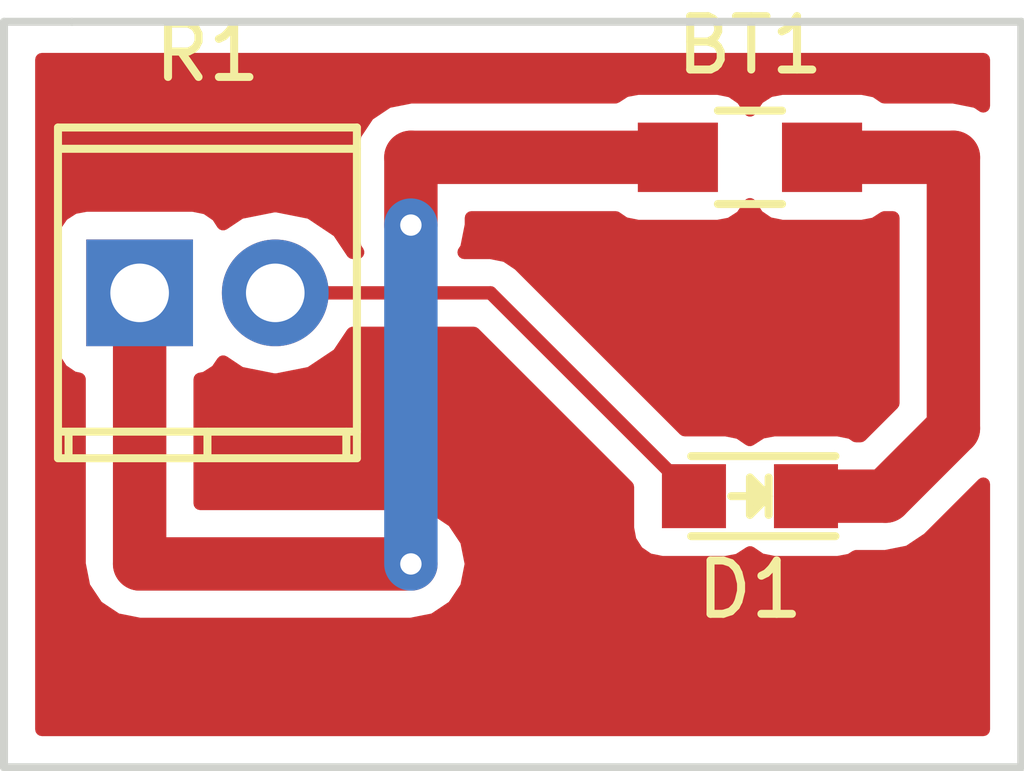
<source format=kicad_pcb>
(kicad_pcb (version 4) (host pcbnew 4.0.5)

  (general
    (links 3)
    (no_connects 0)
    (area 153.594999 98.984999 172.795001 113.105001)
    (thickness 1.6)
    (drawings 5)
    (tracks 13)
    (zones 0)
    (modules 3)
    (nets 4)
  )

  (page A4)
  (layers
    (0 F.Cu signal)
    (31 B.Cu signal)
    (32 B.Adhes user)
    (33 F.Adhes user)
    (34 B.Paste user)
    (35 F.Paste user)
    (36 B.SilkS user)
    (37 F.SilkS user)
    (38 B.Mask user)
    (39 F.Mask user)
    (40 Dwgs.User user)
    (41 Cmts.User user)
    (42 Eco1.User user)
    (43 Eco2.User user)
    (44 Edge.Cuts user)
    (45 Margin user)
    (46 B.CrtYd user)
    (47 F.CrtYd user)
    (48 B.Fab user)
    (49 F.Fab user)
  )

  (setup
    (last_trace_width 0.25)
    (trace_clearance 0.2)
    (zone_clearance 0.508)
    (zone_45_only no)
    (trace_min 0.2)
    (segment_width 0.2)
    (edge_width 0.15)
    (via_size 0.6)
    (via_drill 0.4)
    (via_min_size 0.4)
    (via_min_drill 0.3)
    (uvia_size 0.3)
    (uvia_drill 0.1)
    (uvias_allowed no)
    (uvia_min_size 0.2)
    (uvia_min_drill 0.1)
    (pcb_text_width 0.3)
    (pcb_text_size 1.5 1.5)
    (mod_edge_width 0.15)
    (mod_text_size 1 1)
    (mod_text_width 0.15)
    (pad_size 1.524 1.524)
    (pad_drill 0.762)
    (pad_to_mask_clearance 0.2)
    (aux_axis_origin 0 0)
    (visible_elements FFFFFF7F)
    (pcbplotparams
      (layerselection 0x01034_80000001)
      (usegerberextensions false)
      (excludeedgelayer true)
      (linewidth 0.100000)
      (plotframeref false)
      (viasonmask false)
      (mode 1)
      (useauxorigin false)
      (hpglpennumber 1)
      (hpglpenspeed 20)
      (hpglpendiameter 15)
      (hpglpenoverlay 2)
      (psnegative false)
      (psa4output false)
      (plotreference true)
      (plotvalue true)
      (plotinvisibletext false)
      (padsonsilk false)
      (subtractmaskfromsilk false)
      (outputformat 1)
      (mirror false)
      (drillshape 0)
      (scaleselection 1)
      (outputdirectory ""))
  )

  (net 0 "")
  (net 1 +9V)
  (net 2 GND)
  (net 3 "Net-(D1-Pad2)")

  (net_class Default "This is the default net class."
    (clearance 0.2)
    (trace_width 0.25)
    (via_dia 0.6)
    (via_drill 0.4)
    (uvia_dia 0.3)
    (uvia_drill 0.1)
    (add_net "Net-(D1-Pad2)")
  )

  (net_class PWR ""
    (clearance 0.2)
    (trace_width 1)
    (via_dia 0.6)
    (via_drill 0.4)
    (uvia_dia 0.3)
    (uvia_drill 0.1)
    (add_net +9V)
    (add_net GND)
  )

  (module Resistors_SMD:R_0805_HandSoldering (layer F.Cu) (tedit 58307B90) (tstamp 58C6BD0B)
    (at 167.64 101.6)
    (descr "Resistor SMD 0805, hand soldering")
    (tags "resistor 0805")
    (path /58C6BACC)
    (attr smd)
    (fp_text reference BT1 (at 0 -2.1) (layer F.SilkS)
      (effects (font (size 1 1) (thickness 0.15)))
    )
    (fp_text value Battery (at 0 2.1) (layer F.Fab)
      (effects (font (size 1 1) (thickness 0.15)))
    )
    (fp_line (start -1 0.625) (end -1 -0.625) (layer F.Fab) (width 0.1))
    (fp_line (start 1 0.625) (end -1 0.625) (layer F.Fab) (width 0.1))
    (fp_line (start 1 -0.625) (end 1 0.625) (layer F.Fab) (width 0.1))
    (fp_line (start -1 -0.625) (end 1 -0.625) (layer F.Fab) (width 0.1))
    (fp_line (start -2.4 -1) (end 2.4 -1) (layer F.CrtYd) (width 0.05))
    (fp_line (start -2.4 1) (end 2.4 1) (layer F.CrtYd) (width 0.05))
    (fp_line (start -2.4 -1) (end -2.4 1) (layer F.CrtYd) (width 0.05))
    (fp_line (start 2.4 -1) (end 2.4 1) (layer F.CrtYd) (width 0.05))
    (fp_line (start 0.6 0.875) (end -0.6 0.875) (layer F.SilkS) (width 0.15))
    (fp_line (start -0.6 -0.875) (end 0.6 -0.875) (layer F.SilkS) (width 0.15))
    (pad 1 smd rect (at -1.35 0) (size 1.5 1.3) (layers F.Cu F.Paste F.Mask)
      (net 1 +9V))
    (pad 2 smd rect (at 1.35 0) (size 1.5 1.3) (layers F.Cu F.Paste F.Mask)
      (net 2 GND))
    (model Resistors_SMD.3dshapes/R_0805_HandSoldering.wrl
      (at (xyz 0 0 0))
      (scale (xyz 1 1 1))
      (rotate (xyz 0 0 0))
    )
  )

  (module LEDs:LED_0805 (layer F.Cu) (tedit 55BDE1C2) (tstamp 58C6BD11)
    (at 167.64 107.95 180)
    (descr "LED 0805 smd package")
    (tags "LED 0805 SMD")
    (path /58C6BB63)
    (attr smd)
    (fp_text reference D1 (at 0 -1.75 180) (layer F.SilkS)
      (effects (font (size 1 1) (thickness 0.15)))
    )
    (fp_text value LED (at 0 1.75 180) (layer F.Fab)
      (effects (font (size 1 1) (thickness 0.15)))
    )
    (fp_line (start -0.4 -0.3) (end -0.4 0.3) (layer F.Fab) (width 0.15))
    (fp_line (start -0.3 0) (end 0 -0.3) (layer F.Fab) (width 0.15))
    (fp_line (start 0 0.3) (end -0.3 0) (layer F.Fab) (width 0.15))
    (fp_line (start 0 -0.3) (end 0 0.3) (layer F.Fab) (width 0.15))
    (fp_line (start 1 -0.6) (end -1 -0.6) (layer F.Fab) (width 0.15))
    (fp_line (start 1 0.6) (end 1 -0.6) (layer F.Fab) (width 0.15))
    (fp_line (start -1 0.6) (end 1 0.6) (layer F.Fab) (width 0.15))
    (fp_line (start -1 -0.6) (end -1 0.6) (layer F.Fab) (width 0.15))
    (fp_line (start -1.6 0.75) (end 1.1 0.75) (layer F.SilkS) (width 0.15))
    (fp_line (start -1.6 -0.75) (end 1.1 -0.75) (layer F.SilkS) (width 0.15))
    (fp_line (start -0.1 0.15) (end -0.1 -0.1) (layer F.SilkS) (width 0.15))
    (fp_line (start -0.1 -0.1) (end -0.25 0.05) (layer F.SilkS) (width 0.15))
    (fp_line (start -0.35 -0.35) (end -0.35 0.35) (layer F.SilkS) (width 0.15))
    (fp_line (start 0 0) (end 0.35 0) (layer F.SilkS) (width 0.15))
    (fp_line (start -0.35 0) (end 0 -0.35) (layer F.SilkS) (width 0.15))
    (fp_line (start 0 -0.35) (end 0 0.35) (layer F.SilkS) (width 0.15))
    (fp_line (start 0 0.35) (end -0.35 0) (layer F.SilkS) (width 0.15))
    (fp_line (start 1.9 -0.95) (end 1.9 0.95) (layer F.CrtYd) (width 0.05))
    (fp_line (start 1.9 0.95) (end -1.9 0.95) (layer F.CrtYd) (width 0.05))
    (fp_line (start -1.9 0.95) (end -1.9 -0.95) (layer F.CrtYd) (width 0.05))
    (fp_line (start -1.9 -0.95) (end 1.9 -0.95) (layer F.CrtYd) (width 0.05))
    (pad 2 smd rect (at 1.04902 0) (size 1.19888 1.19888) (layers F.Cu F.Paste F.Mask)
      (net 3 "Net-(D1-Pad2)"))
    (pad 1 smd rect (at -1.04902 0) (size 1.19888 1.19888) (layers F.Cu F.Paste F.Mask)
      (net 2 GND))
    (model LEDs.3dshapes/LED_0805.wrl
      (at (xyz 0 0 0))
      (scale (xyz 1 1 1))
      (rotate (xyz 0 0 0))
    )
  )

  (module Terminal_Blocks:TerminalBlock_Pheonix_MPT-2.54mm_2pol (layer F.Cu) (tedit 0) (tstamp 58C6BD17)
    (at 156.21 104.14)
    (descr "2-way 2.54mm pitch terminal block, Phoenix MPT series")
    (path /58C6BB2E)
    (fp_text reference R1 (at 1.27 -4.50088) (layer F.SilkS)
      (effects (font (size 1 1) (thickness 0.15)))
    )
    (fp_text value R (at 1.27 4.50088) (layer F.Fab)
      (effects (font (size 1 1) (thickness 0.15)))
    )
    (fp_line (start -1.7 -3.3) (end 4.3 -3.3) (layer F.CrtYd) (width 0.05))
    (fp_line (start -1.7 3.3) (end -1.7 -3.3) (layer F.CrtYd) (width 0.05))
    (fp_line (start 4.3 3.3) (end -1.7 3.3) (layer F.CrtYd) (width 0.05))
    (fp_line (start 4.3 -3.3) (end 4.3 3.3) (layer F.CrtYd) (width 0.05))
    (fp_line (start 4.06908 2.60096) (end -1.52908 2.60096) (layer F.SilkS) (width 0.15))
    (fp_line (start -1.33096 3.0988) (end -1.33096 2.60096) (layer F.SilkS) (width 0.15))
    (fp_line (start 3.87096 2.60096) (end 3.87096 3.0988) (layer F.SilkS) (width 0.15))
    (fp_line (start 1.27 3.0988) (end 1.27 2.60096) (layer F.SilkS) (width 0.15))
    (fp_line (start -1.52908 -2.70002) (end 4.06908 -2.70002) (layer F.SilkS) (width 0.15))
    (fp_line (start -1.52908 3.0988) (end 4.06908 3.0988) (layer F.SilkS) (width 0.15))
    (fp_line (start 4.06908 3.0988) (end 4.06908 -3.0988) (layer F.SilkS) (width 0.15))
    (fp_line (start 4.06908 -3.0988) (end -1.52908 -3.0988) (layer F.SilkS) (width 0.15))
    (fp_line (start -1.52908 -3.0988) (end -1.52908 3.0988) (layer F.SilkS) (width 0.15))
    (pad 2 thru_hole oval (at 2.54 0) (size 1.99898 1.99898) (drill 1.09728) (layers *.Cu *.Mask)
      (net 3 "Net-(D1-Pad2)"))
    (pad 1 thru_hole rect (at 0 0) (size 1.99898 1.99898) (drill 1.09728) (layers *.Cu *.Mask)
      (net 1 +9V))
    (model Terminal_Blocks.3dshapes/TerminalBlock_Pheonix_MPT-2.54mm_2pol.wrl
      (at (xyz 0.05 0 0))
      (scale (xyz 1 1 1))
      (rotate (xyz 0 0 0))
    )
  )

  (gr_line (start 153.67 99.06) (end 154.94 99.06) (angle 90) (layer Edge.Cuts) (width 0.15))
  (gr_line (start 153.67 113.03) (end 153.67 99.06) (angle 90) (layer Edge.Cuts) (width 0.15))
  (gr_line (start 172.72 113.03) (end 153.67 113.03) (angle 90) (layer Edge.Cuts) (width 0.15))
  (gr_line (start 172.72 99.06) (end 172.72 113.03) (angle 90) (layer Edge.Cuts) (width 0.15))
  (gr_line (start 154.94 99.06) (end 172.72 99.06) (angle 90) (layer Edge.Cuts) (width 0.15))

  (segment (start 166.29 101.6) (end 161.29 101.6) (width 1) (layer F.Cu) (net 1))
  (segment (start 156.21 109.22) (end 156.21 104.14) (width 1) (layer F.Cu) (net 1) (tstamp 58C6C0B8))
  (segment (start 161.29 109.22) (end 156.21 109.22) (width 1) (layer F.Cu) (net 1) (tstamp 58C6C0B7))
  (via (at 161.29 109.22) (size 0.6) (drill 0.4) (layers F.Cu B.Cu) (net 1))
  (segment (start 161.29 102.87) (end 161.29 109.22) (width 1) (layer B.Cu) (net 1) (tstamp 58C6C0B1))
  (via (at 161.29 102.87) (size 0.6) (drill 0.4) (layers F.Cu B.Cu) (net 1))
  (segment (start 161.29 101.6) (end 161.29 102.87) (width 1) (layer F.Cu) (net 1) (tstamp 58C6C0A3))
  (segment (start 168.68902 107.95) (end 170.18 107.95) (width 1) (layer F.Cu) (net 2))
  (segment (start 171.45 101.6) (end 168.99 101.6) (width 1) (layer F.Cu) (net 2) (tstamp 58C6C09D))
  (segment (start 171.45 106.68) (end 171.45 101.6) (width 1) (layer F.Cu) (net 2) (tstamp 58C6C09B))
  (segment (start 170.18 107.95) (end 171.45 106.68) (width 1) (layer F.Cu) (net 2) (tstamp 58C6C09A))
  (segment (start 158.75 104.14) (end 162.78098 104.14) (width 0.25) (layer F.Cu) (net 3))
  (segment (start 162.78098 104.14) (end 166.59098 107.95) (width 0.25) (layer F.Cu) (net 3) (tstamp 58C6C050))

  (zone (net 0) (net_name "") (layer F.Cu) (tstamp 58C6C25F) (hatch edge 0.508)
    (connect_pads yes (clearance 0.508))
    (min_thickness 0.254)
    (fill yes (arc_segments 16) (thermal_gap 0.508) (thermal_bridge_width 0.508))
    (polygon
      (pts
        (xy 172.72 113.03) (xy 153.67 113.03) (xy 153.67 99.06) (xy 172.72 99.06)
      )
    )
    (filled_polygon
      (pts
        (xy 172.01 100.635356) (xy 171.884346 100.551397) (xy 171.45 100.465) (xy 170.154975 100.465) (xy 169.99189 100.353569)
        (xy 169.74 100.30256) (xy 168.24 100.30256) (xy 168.004683 100.346838) (xy 167.788559 100.48591) (xy 167.643569 100.69811)
        (xy 167.640919 100.711197) (xy 167.50409 100.498559) (xy 167.29189 100.353569) (xy 167.04 100.30256) (xy 165.54 100.30256)
        (xy 165.304683 100.346838) (xy 165.121054 100.465) (xy 161.29 100.465) (xy 160.855654 100.551397) (xy 160.487434 100.797434)
        (xy 160.241397 101.165654) (xy 160.155 101.6) (xy 160.155 102.87) (xy 160.241397 103.304346) (xy 160.291947 103.38)
        (xy 160.202219 103.38) (xy 159.937781 102.984241) (xy 159.407514 102.629928) (xy 158.782022 102.50551) (xy 158.717978 102.50551)
        (xy 158.092486 102.629928) (xy 157.772923 102.843453) (xy 157.67358 102.689069) (xy 157.46138 102.544079) (xy 157.20949 102.49307)
        (xy 155.21051 102.49307) (xy 154.975193 102.537348) (xy 154.759069 102.67642) (xy 154.614079 102.88862) (xy 154.56307 103.14051)
        (xy 154.56307 105.13949) (xy 154.607348 105.374807) (xy 154.74642 105.590931) (xy 154.95862 105.735921) (xy 155.075 105.759489)
        (xy 155.075 109.22) (xy 155.161397 109.654346) (xy 155.407434 110.022566) (xy 155.775654 110.268603) (xy 156.21 110.355)
        (xy 161.29 110.355) (xy 161.724346 110.268603) (xy 162.092566 110.022566) (xy 162.338603 109.654346) (xy 162.425 109.22)
        (xy 162.338603 108.785654) (xy 162.092566 108.417434) (xy 161.724346 108.171397) (xy 161.29 108.085) (xy 157.345 108.085)
        (xy 157.345 105.761432) (xy 157.444807 105.742652) (xy 157.660931 105.60358) (xy 157.77439 105.437527) (xy 158.092486 105.650072)
        (xy 158.717978 105.77449) (xy 158.782022 105.77449) (xy 159.407514 105.650072) (xy 159.937781 105.295759) (xy 160.202219 104.9)
        (xy 162.466178 104.9) (xy 165.3441 107.777922) (xy 165.3441 108.54944) (xy 165.388378 108.784757) (xy 165.52745 109.000881)
        (xy 165.73965 109.145871) (xy 165.99154 109.19688) (xy 167.19042 109.19688) (xy 167.425737 109.152602) (xy 167.641861 109.01353)
        (xy 167.642543 109.012533) (xy 167.83769 109.145871) (xy 168.08958 109.19688) (xy 169.28846 109.19688) (xy 169.523777 109.152602)
        (xy 169.628833 109.085) (xy 170.18 109.085) (xy 170.614346 108.998603) (xy 170.982566 108.752566) (xy 172.01 107.725132)
        (xy 172.01 112.32) (xy 154.38 112.32) (xy 154.38 99.77) (xy 172.01 99.77)
      )
    )
    (filled_polygon
      (pts
        (xy 167.77591 102.701441) (xy 167.98811 102.846431) (xy 168.24 102.89744) (xy 169.74 102.89744) (xy 169.975317 102.853162)
        (xy 170.158946 102.735) (xy 170.315 102.735) (xy 170.315 106.209868) (xy 169.709868 106.815) (xy 169.629438 106.815)
        (xy 169.54035 106.754129) (xy 169.28846 106.70312) (xy 168.08958 106.70312) (xy 167.854263 106.747398) (xy 167.638139 106.88647)
        (xy 167.637457 106.887467) (xy 167.44231 106.754129) (xy 167.19042 106.70312) (xy 166.418902 106.70312) (xy 163.318381 103.602599)
        (xy 163.071819 103.437852) (xy 162.78098 103.38) (xy 162.288053 103.38) (xy 162.338603 103.304346) (xy 162.425 102.87)
        (xy 162.425 102.735) (xy 165.125025 102.735) (xy 165.28811 102.846431) (xy 165.54 102.89744) (xy 167.04 102.89744)
        (xy 167.275317 102.853162) (xy 167.491441 102.71409) (xy 167.636431 102.50189) (xy 167.639081 102.488803)
      )
    )
  )
)

</source>
